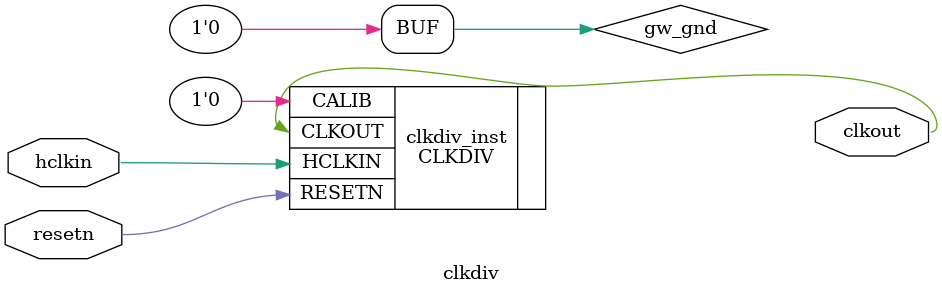
<source format=v>

module clkdiv (clkout, hclkin, resetn);

output clkout;
input hclkin;
input resetn;

wire gw_gnd;

assign gw_gnd = 1'b0;

CLKDIV clkdiv_inst (
    .CLKOUT(clkout),
    .HCLKIN(hclkin),
    .RESETN(resetn),
    .CALIB(gw_gnd)
);

defparam clkdiv_inst.DIV_MODE = "5";
defparam clkdiv_inst.GSREN = "false";

endmodule //clkdiv

</source>
